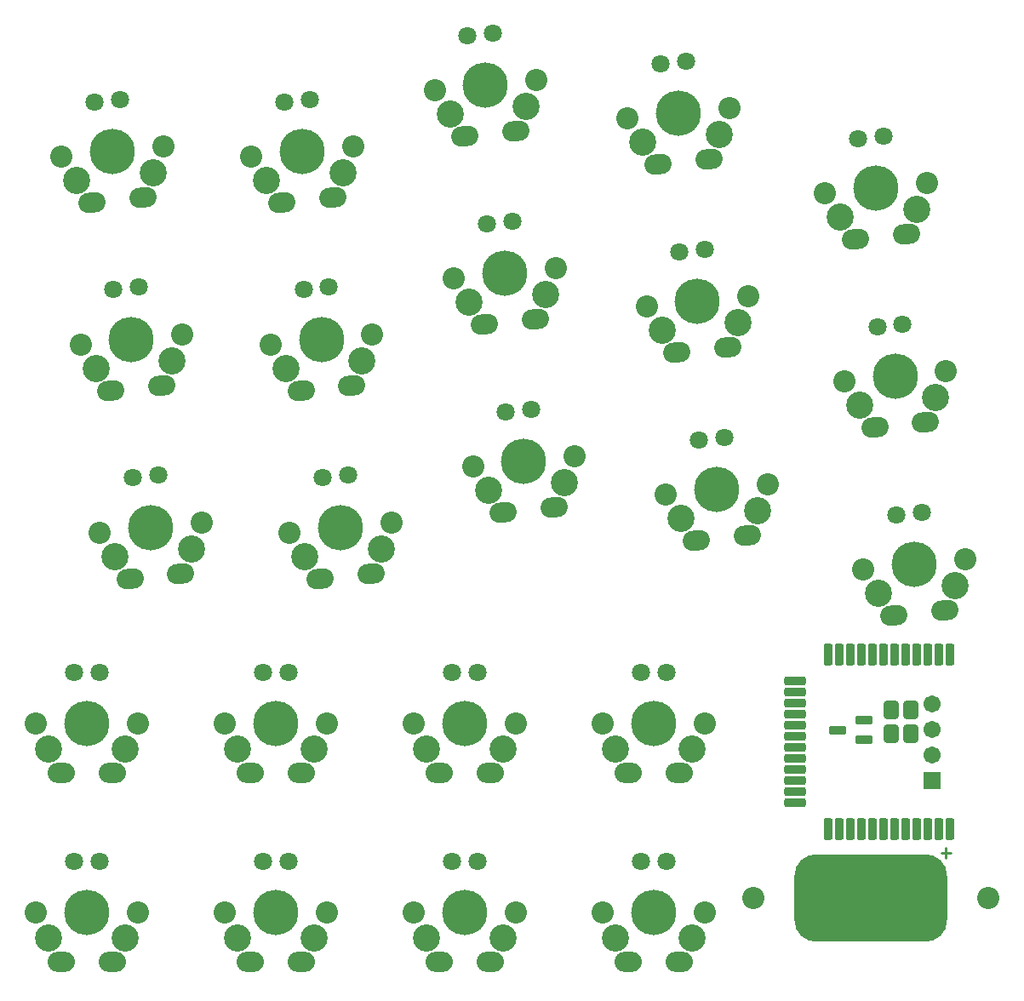
<source format=gts>
%FSAX24Y24*%
%MOIN*%
G70*
G01*
G75*
G04 Layer_Color=8388736*
G04:AMPARAMS|DCode=10|XSize=590.6mil|YSize=334.6mil|CornerRadius=83.7mil|HoleSize=0mil|Usage=FLASHONLY|Rotation=0.000|XOffset=0mil|YOffset=0mil|HoleType=Round|Shape=RoundedRectangle|*
%AMROUNDEDRECTD10*
21,1,0.5906,0.1673,0,0,0.0*
21,1,0.4232,0.3346,0,0,0.0*
1,1,0.1673,0.2116,-0.0837*
1,1,0.1673,-0.2116,-0.0837*
1,1,0.1673,-0.2116,0.0837*
1,1,0.1673,0.2116,0.0837*
%
%ADD10ROUNDEDRECTD10*%
G04:AMPARAMS|DCode=11|XSize=53.2mil|YSize=66.9mil|CornerRadius=13.3mil|HoleSize=0mil|Usage=FLASHONLY|Rotation=180.000|XOffset=0mil|YOffset=0mil|HoleType=Round|Shape=RoundedRectangle|*
%AMROUNDEDRECTD11*
21,1,0.0532,0.0404,0,0,180.0*
21,1,0.0266,0.0669,0,0,180.0*
1,1,0.0266,-0.0133,0.0202*
1,1,0.0266,0.0133,0.0202*
1,1,0.0266,0.0133,-0.0202*
1,1,0.0266,-0.0133,-0.0202*
%
%ADD11ROUNDEDRECTD11*%
G04:AMPARAMS|DCode=12|XSize=25.6mil|YSize=61mil|CornerRadius=6.4mil|HoleSize=0mil|Usage=FLASHONLY|Rotation=270.000|XOffset=0mil|YOffset=0mil|HoleType=Round|Shape=RoundedRectangle|*
%AMROUNDEDRECTD12*
21,1,0.0256,0.0482,0,0,270.0*
21,1,0.0128,0.0610,0,0,270.0*
1,1,0.0128,-0.0241,-0.0064*
1,1,0.0128,-0.0241,0.0064*
1,1,0.0128,0.0241,0.0064*
1,1,0.0128,0.0241,-0.0064*
%
%ADD12ROUNDEDRECTD12*%
G04:AMPARAMS|DCode=13|XSize=27.6mil|YSize=78.7mil|CornerRadius=6.9mil|HoleSize=0mil|Usage=FLASHONLY|Rotation=180.000|XOffset=0mil|YOffset=0mil|HoleType=Round|Shape=RoundedRectangle|*
%AMROUNDEDRECTD13*
21,1,0.0276,0.0650,0,0,180.0*
21,1,0.0138,0.0787,0,0,180.0*
1,1,0.0138,-0.0069,0.0325*
1,1,0.0138,0.0069,0.0325*
1,1,0.0138,0.0069,-0.0325*
1,1,0.0138,-0.0069,-0.0325*
%
%ADD13ROUNDEDRECTD13*%
G04:AMPARAMS|DCode=14|XSize=27.6mil|YSize=78.7mil|CornerRadius=6.9mil|HoleSize=0mil|Usage=FLASHONLY|Rotation=270.000|XOffset=0mil|YOffset=0mil|HoleType=Round|Shape=RoundedRectangle|*
%AMROUNDEDRECTD14*
21,1,0.0276,0.0650,0,0,270.0*
21,1,0.0138,0.0787,0,0,270.0*
1,1,0.0138,-0.0325,-0.0069*
1,1,0.0138,-0.0325,0.0069*
1,1,0.0138,0.0325,0.0069*
1,1,0.0138,0.0325,-0.0069*
%
%ADD14ROUNDEDRECTD14*%
%ADD15C,0.0100*%
%ADD16C,0.0197*%
%ADD17C,0.0098*%
%ADD18C,0.0669*%
%ADD19C,0.0433*%
%ADD20C,0.0787*%
%ADD21R,0.0591X0.0591*%
%ADD22C,0.0591*%
%ADD23C,0.0630*%
%ADD24C,0.0394*%
%ADD25C,0.1693*%
%ADD26C,0.0984*%
G04:AMPARAMS|DCode=27|XSize=98.4mil|YSize=70.9mil|CornerRadius=0mil|HoleSize=0mil|Usage=FLASHONLY|Rotation=5.800|XOffset=0mil|YOffset=0mil|HoleType=Round|Shape=Round|*
%AMOVALD27*
21,1,0.0276,0.0709,0.0000,0.0000,5.8*
1,1,0.0709,-0.0137,-0.0014*
1,1,0.0709,0.0137,0.0014*
%
%ADD27OVALD27*%

%ADD28O,0.0984X0.0709*%
%ADD29C,0.0236*%
%ADD30C,0.0157*%
G04:AMPARAMS|DCode=31|XSize=598.6mil|YSize=342.6mil|CornerRadius=87.7mil|HoleSize=0mil|Usage=FLASHONLY|Rotation=0.000|XOffset=0mil|YOffset=0mil|HoleType=Round|Shape=RoundedRectangle|*
%AMROUNDEDRECTD31*
21,1,0.5986,0.1673,0,0,0.0*
21,1,0.4232,0.3426,0,0,0.0*
1,1,0.1753,0.2116,-0.0837*
1,1,0.1753,-0.2116,-0.0837*
1,1,0.1753,-0.2116,0.0837*
1,1,0.1753,0.2116,0.0837*
%
%ADD31ROUNDEDRECTD31*%
G04:AMPARAMS|DCode=32|XSize=61.2mil|YSize=74.9mil|CornerRadius=17.3mil|HoleSize=0mil|Usage=FLASHONLY|Rotation=180.000|XOffset=0mil|YOffset=0mil|HoleType=Round|Shape=RoundedRectangle|*
%AMROUNDEDRECTD32*
21,1,0.0612,0.0404,0,0,180.0*
21,1,0.0266,0.0749,0,0,180.0*
1,1,0.0346,-0.0133,0.0202*
1,1,0.0346,0.0133,0.0202*
1,1,0.0346,0.0133,-0.0202*
1,1,0.0346,-0.0133,-0.0202*
%
%ADD32ROUNDEDRECTD32*%
G04:AMPARAMS|DCode=33|XSize=33.6mil|YSize=69mil|CornerRadius=10.4mil|HoleSize=0mil|Usage=FLASHONLY|Rotation=270.000|XOffset=0mil|YOffset=0mil|HoleType=Round|Shape=RoundedRectangle|*
%AMROUNDEDRECTD33*
21,1,0.0336,0.0482,0,0,270.0*
21,1,0.0128,0.0690,0,0,270.0*
1,1,0.0208,-0.0241,-0.0064*
1,1,0.0208,-0.0241,0.0064*
1,1,0.0208,0.0241,0.0064*
1,1,0.0208,0.0241,-0.0064*
%
%ADD33ROUNDEDRECTD33*%
G04:AMPARAMS|DCode=34|XSize=35.6mil|YSize=86.7mil|CornerRadius=10.9mil|HoleSize=0mil|Usage=FLASHONLY|Rotation=180.000|XOffset=0mil|YOffset=0mil|HoleType=Round|Shape=RoundedRectangle|*
%AMROUNDEDRECTD34*
21,1,0.0356,0.0650,0,0,180.0*
21,1,0.0138,0.0867,0,0,180.0*
1,1,0.0218,-0.0069,0.0325*
1,1,0.0218,0.0069,0.0325*
1,1,0.0218,0.0069,-0.0325*
1,1,0.0218,-0.0069,-0.0325*
%
%ADD34ROUNDEDRECTD34*%
G04:AMPARAMS|DCode=35|XSize=35.6mil|YSize=86.7mil|CornerRadius=10.9mil|HoleSize=0mil|Usage=FLASHONLY|Rotation=270.000|XOffset=0mil|YOffset=0mil|HoleType=Round|Shape=RoundedRectangle|*
%AMROUNDEDRECTD35*
21,1,0.0356,0.0650,0,0,270.0*
21,1,0.0138,0.0867,0,0,270.0*
1,1,0.0218,-0.0325,-0.0069*
1,1,0.0218,-0.0325,0.0069*
1,1,0.0218,0.0325,0.0069*
1,1,0.0218,0.0325,-0.0069*
%
%ADD35ROUNDEDRECTD35*%
%ADD36C,0.0867*%
%ADD37R,0.0671X0.0671*%
%ADD38C,0.0671*%
%ADD39C,0.0710*%
%ADD40C,0.1773*%
%ADD41C,0.1064*%
G04:AMPARAMS|DCode=42|XSize=106.4mil|YSize=78.9mil|CornerRadius=0mil|HoleSize=0mil|Usage=FLASHONLY|Rotation=5.800|XOffset=0mil|YOffset=0mil|HoleType=Round|Shape=Round|*
%AMOVALD42*
21,1,0.0276,0.0789,0.0000,0.0000,5.8*
1,1,0.0789,-0.0137,-0.0014*
1,1,0.0789,0.0137,0.0014*
%
%ADD42OVALD42*%

%ADD43O,0.1064X0.0789*%
D17*
X076378Y044882D02*
Y045276D01*
X076181Y045079D02*
X076575D01*
D31*
X073425Y043307D02*
D03*
D32*
X075000Y050669D02*
D03*
Y049724D02*
D03*
X074213D02*
D03*
Y050669D02*
D03*
D33*
X073169Y049508D02*
D03*
Y050256D02*
D03*
X072126Y049882D02*
D03*
D34*
X076535Y052835D02*
D03*
X071772D02*
D03*
X075236D02*
D03*
X074803D02*
D03*
X074370D02*
D03*
X073937D02*
D03*
X073504D02*
D03*
X073071D02*
D03*
X072205D02*
D03*
X076102D02*
D03*
X072638D02*
D03*
X075669D02*
D03*
X076102Y045984D02*
D03*
X071772D02*
D03*
X072205D02*
D03*
X072638D02*
D03*
X073071D02*
D03*
X073937D02*
D03*
X074370D02*
D03*
X074803D02*
D03*
X075236D02*
D03*
X075669D02*
D03*
X073504D02*
D03*
X076535D02*
D03*
D35*
X070472Y049626D02*
D03*
Y049193D02*
D03*
Y050492D02*
D03*
Y051791D02*
D03*
Y051358D02*
D03*
Y050925D02*
D03*
Y050059D02*
D03*
Y047461D02*
D03*
Y047028D02*
D03*
Y048327D02*
D03*
Y047894D02*
D03*
Y048760D02*
D03*
D36*
X068819Y043307D02*
D03*
X078032D02*
D03*
X045717Y072743D02*
D03*
X041738Y072338D02*
D03*
X053157Y072743D02*
D03*
X049177Y072338D02*
D03*
X060334Y075331D02*
D03*
X056354Y074927D02*
D03*
X067884Y074238D02*
D03*
X063905Y073834D02*
D03*
X075622Y071305D02*
D03*
X071642Y070900D02*
D03*
X046465Y065379D02*
D03*
X042486Y064975D02*
D03*
X053905Y065379D02*
D03*
X049925Y064975D02*
D03*
X061082Y067968D02*
D03*
X057102Y067564D02*
D03*
X068632Y066875D02*
D03*
X064653Y066471D02*
D03*
X076370Y063941D02*
D03*
X072390Y063537D02*
D03*
X047213Y058015D02*
D03*
X043234Y057611D02*
D03*
X054653Y058015D02*
D03*
X050673Y057611D02*
D03*
X061830Y060604D02*
D03*
X057850Y060200D02*
D03*
X069380Y059511D02*
D03*
X065401Y059107D02*
D03*
X077118Y056577D02*
D03*
X073138Y056173D02*
D03*
X044717Y050118D02*
D03*
X040717D02*
D03*
X052118D02*
D03*
X048118D02*
D03*
X059520D02*
D03*
X055520D02*
D03*
X066921D02*
D03*
X062921D02*
D03*
X044717Y042717D02*
D03*
X040717D02*
D03*
X052118D02*
D03*
X048118D02*
D03*
X059520D02*
D03*
X055520D02*
D03*
X066921D02*
D03*
X062921D02*
D03*
D37*
X075827Y047909D02*
D03*
D38*
Y048909D02*
D03*
Y049909D02*
D03*
Y050909D02*
D03*
D39*
X043028Y074480D02*
D03*
X044023Y074581D02*
D03*
X050468Y074480D02*
D03*
X051462Y074581D02*
D03*
X057644Y077069D02*
D03*
X058639Y077170D02*
D03*
X065195Y075976D02*
D03*
X066190Y076077D02*
D03*
X072933Y073042D02*
D03*
X073927Y073143D02*
D03*
X043776Y067116D02*
D03*
X044771Y067217D02*
D03*
X051216Y067116D02*
D03*
X052210Y067217D02*
D03*
X058392Y069705D02*
D03*
X059387Y069806D02*
D03*
X065943Y068612D02*
D03*
X066938Y068713D02*
D03*
X073681Y065678D02*
D03*
X074675Y065779D02*
D03*
X044524Y059752D02*
D03*
X045519Y059853D02*
D03*
X051964Y059752D02*
D03*
X052958Y059853D02*
D03*
X059140Y062341D02*
D03*
X060135Y062442D02*
D03*
X066691Y061248D02*
D03*
X067686Y061349D02*
D03*
X074429Y058314D02*
D03*
X075423Y058415D02*
D03*
X042217Y052118D02*
D03*
X043217D02*
D03*
X049618D02*
D03*
X050618D02*
D03*
X057020D02*
D03*
X058020D02*
D03*
X064421D02*
D03*
X065421D02*
D03*
X042217Y044717D02*
D03*
X043217D02*
D03*
X049618D02*
D03*
X050618D02*
D03*
X057020D02*
D03*
X058020D02*
D03*
X064421D02*
D03*
X065421D02*
D03*
D40*
X043727Y072541D02*
D03*
X051167Y072540D02*
D03*
X058344Y075129D02*
D03*
X065894Y074036D02*
D03*
X073632Y071102D02*
D03*
X044475Y065177D02*
D03*
X051915Y065177D02*
D03*
X059092Y067766D02*
D03*
X066642Y066673D02*
D03*
X074380Y063739D02*
D03*
X045223Y057813D02*
D03*
X052663Y057813D02*
D03*
X059840Y060402D02*
D03*
X067390Y059309D02*
D03*
X075128Y056375D02*
D03*
X042717Y050118D02*
D03*
X050118D02*
D03*
X057520D02*
D03*
X064921D02*
D03*
X042717Y042717D02*
D03*
X050118D02*
D03*
X057520D02*
D03*
X064921D02*
D03*
D41*
X045321Y071697D02*
D03*
X042336Y071394D02*
D03*
X052760Y071697D02*
D03*
X049776Y071394D02*
D03*
X059937Y074286D02*
D03*
X056953Y073983D02*
D03*
X067488Y073193D02*
D03*
X064503Y072890D02*
D03*
X075226Y070259D02*
D03*
X072241Y069956D02*
D03*
X046069Y064334D02*
D03*
X043084Y064030D02*
D03*
X053508Y064333D02*
D03*
X050524Y064030D02*
D03*
X060685Y066922D02*
D03*
X057701Y066619D02*
D03*
X068236Y065829D02*
D03*
X065251Y065526D02*
D03*
X075973Y062896D02*
D03*
X072989Y062592D02*
D03*
X046817Y056970D02*
D03*
X043832Y056667D02*
D03*
X054256Y056970D02*
D03*
X051272Y056667D02*
D03*
X061433Y059559D02*
D03*
X058448Y059255D02*
D03*
X068984Y058466D02*
D03*
X065999Y058163D02*
D03*
X076721Y055532D02*
D03*
X073737Y055229D02*
D03*
X044217Y049118D02*
D03*
X041217D02*
D03*
X051618D02*
D03*
X048618D02*
D03*
X059020D02*
D03*
X056020D02*
D03*
X066421D02*
D03*
X063421D02*
D03*
X044217Y041717D02*
D03*
X041217D02*
D03*
X051618D02*
D03*
X048618D02*
D03*
X059020D02*
D03*
X056020D02*
D03*
X066421D02*
D03*
X063421D02*
D03*
D42*
X042927Y070529D02*
D03*
X044916Y070731D02*
D03*
X050366Y070529D02*
D03*
X052356Y070731D02*
D03*
X057543Y073118D02*
D03*
X059533Y073320D02*
D03*
X065094Y072025D02*
D03*
X067083Y072227D02*
D03*
X072831Y069091D02*
D03*
X074821Y069293D02*
D03*
X043675Y063166D02*
D03*
X045664Y063368D02*
D03*
X051114Y063165D02*
D03*
X053104Y063368D02*
D03*
X058291Y065754D02*
D03*
X060281Y065957D02*
D03*
X065842Y064661D02*
D03*
X067831Y064864D02*
D03*
X073579Y061728D02*
D03*
X075569Y061930D02*
D03*
X044423Y055802D02*
D03*
X046412Y056004D02*
D03*
X051862Y055802D02*
D03*
X053852Y056004D02*
D03*
X059039Y058391D02*
D03*
X061029Y058593D02*
D03*
X066590Y057298D02*
D03*
X068579Y057500D02*
D03*
X074327Y054364D02*
D03*
X076317Y054566D02*
D03*
D43*
X041717Y048198D02*
D03*
X043717D02*
D03*
X049118D02*
D03*
X051118D02*
D03*
X056520D02*
D03*
X058520D02*
D03*
X063921D02*
D03*
X065921D02*
D03*
X041717Y040797D02*
D03*
X043717D02*
D03*
X049118D02*
D03*
X051118D02*
D03*
X056520D02*
D03*
X058520D02*
D03*
X063921D02*
D03*
X065921D02*
D03*
M02*

</source>
